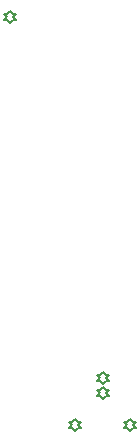
<source format=gbr>
G04*
G04 #@! TF.GenerationSoftware,Altium Limited,Altium Designer,24.9.1 (31)*
G04*
G04 Layer_Color=2752767*
%FSLAX25Y25*%
%MOIN*%
G70*
G04*
G04 #@! TF.SameCoordinates,65E441D1-A48C-4218-98E1-AC23B9FD057C*
G04*
G04*
G04 #@! TF.FilePolarity,Positive*
G04*
G01*
G75*
%ADD13C,0.00500*%
D13*
X117000Y236000D02*
X118000Y237000D01*
X119000D01*
X118000Y238000D01*
X119000Y239000D01*
X118000D01*
X117000Y240000D01*
X116000Y239000D01*
X115000D01*
X116000Y238000D01*
X115000Y237000D01*
X116000D01*
X117000Y236000D01*
X138500Y100000D02*
X139500Y101000D01*
X140500D01*
X139500Y102000D01*
X140500Y103000D01*
X139500D01*
X138500Y104000D01*
X137500Y103000D01*
X136500D01*
X137500Y102000D01*
X136500Y101000D01*
X137500D01*
X138500Y100000D01*
X157000D02*
X158000Y101000D01*
X159000D01*
X158000Y102000D01*
X159000Y103000D01*
X158000D01*
X157000Y104000D01*
X156000Y103000D01*
X155000D01*
X156000Y102000D01*
X155000Y101000D01*
X156000D01*
X157000Y100000D01*
X148000Y110500D02*
X149000Y111500D01*
X150000D01*
X149000Y112500D01*
X150000Y113500D01*
X149000D01*
X148000Y114500D01*
X147000Y113500D01*
X146000D01*
X147000Y112500D01*
X146000Y111500D01*
X147000D01*
X148000Y110500D01*
Y115500D02*
X149000Y116500D01*
X150000D01*
X149000Y117500D01*
X150000Y118500D01*
X149000D01*
X148000Y119500D01*
X147000Y118500D01*
X146000D01*
X147000Y117500D01*
X146000Y116500D01*
X147000D01*
X148000Y115500D01*
M02*

</source>
